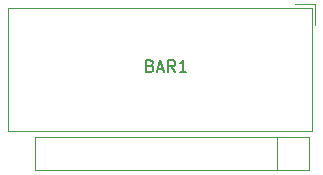
<source format=gbr>
G04 #@! TF.GenerationSoftware,KiCad,Pcbnew,(5.1.0-0)*
G04 #@! TF.CreationDate,2019-09-18T19:57:21-07:00*
G04 #@! TF.ProjectId,LEDRiser8,4c454452-6973-4657-9238-2e6b69636164,rev?*
G04 #@! TF.SameCoordinates,Original*
G04 #@! TF.FileFunction,Legend,Top*
G04 #@! TF.FilePolarity,Positive*
%FSLAX46Y46*%
G04 Gerber Fmt 4.6, Leading zero omitted, Abs format (unit mm)*
G04 Created by KiCad (PCBNEW (5.1.0-0)) date 2019-09-18 19:57:21*
%MOMM*%
%LPD*%
G04 APERTURE LIST*
%ADD10C,0.120000*%
%ADD11C,0.150000*%
G04 APERTURE END LIST*
D10*
X122682000Y-84458000D02*
X122682000Y-81658000D01*
X102192000Y-84458000D02*
X125392000Y-84458000D01*
X102192000Y-81658000D02*
X102192000Y-84458000D01*
X125392000Y-81658000D02*
X102192000Y-81658000D01*
X125392000Y-84458000D02*
X125392000Y-81658000D01*
X125616000Y-81166000D02*
X99936000Y-81166000D01*
X125616000Y-70726000D02*
X125616000Y-81166000D01*
X99936000Y-70726000D02*
X125616000Y-70726000D01*
X99936000Y-81166000D02*
X99936000Y-70726000D01*
X125906000Y-70436000D02*
X124206000Y-70436000D01*
X125906000Y-72136000D02*
X125906000Y-70436000D01*
D11*
X111950666Y-75620571D02*
X112093523Y-75668190D01*
X112141142Y-75715809D01*
X112188761Y-75811047D01*
X112188761Y-75953904D01*
X112141142Y-76049142D01*
X112093523Y-76096761D01*
X111998285Y-76144380D01*
X111617333Y-76144380D01*
X111617333Y-75144380D01*
X111950666Y-75144380D01*
X112045904Y-75192000D01*
X112093523Y-75239619D01*
X112141142Y-75334857D01*
X112141142Y-75430095D01*
X112093523Y-75525333D01*
X112045904Y-75572952D01*
X111950666Y-75620571D01*
X111617333Y-75620571D01*
X112569714Y-75858666D02*
X113045904Y-75858666D01*
X112474476Y-76144380D02*
X112807809Y-75144380D01*
X113141142Y-76144380D01*
X114045904Y-76144380D02*
X113712571Y-75668190D01*
X113474476Y-76144380D02*
X113474476Y-75144380D01*
X113855428Y-75144380D01*
X113950666Y-75192000D01*
X113998285Y-75239619D01*
X114045904Y-75334857D01*
X114045904Y-75477714D01*
X113998285Y-75572952D01*
X113950666Y-75620571D01*
X113855428Y-75668190D01*
X113474476Y-75668190D01*
X114998285Y-76144380D02*
X114426857Y-76144380D01*
X114712571Y-76144380D02*
X114712571Y-75144380D01*
X114617333Y-75287238D01*
X114522095Y-75382476D01*
X114426857Y-75430095D01*
M02*

</source>
